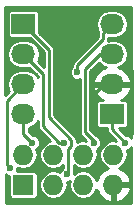
<source format=gbr>
G04 #@! TF.FileFunction,Copper,L2,Bot,Signal*
%FSLAX46Y46*%
G04 Gerber Fmt 4.6, Leading zero omitted, Abs format (unit mm)*
G04 Created by KiCad (PCBNEW 4.0.2-stable) date 12/27/2016 12:03:46 PM*
%MOMM*%
G01*
G04 APERTURE LIST*
%ADD10C,0.100000*%
%ADD11R,1.727200X1.727200*%
%ADD12O,1.727200X1.727200*%
%ADD13R,2.032000X1.727200*%
%ADD14O,2.032000X1.727200*%
%ADD15C,0.600000*%
%ADD16C,0.250000*%
%ADD17C,0.254000*%
G04 APERTURE END LIST*
D10*
D11*
X133350000Y-120777000D03*
D12*
X133350000Y-118237000D03*
X135890000Y-120777000D03*
X135890000Y-118237000D03*
X138430000Y-120777000D03*
X138430000Y-118237000D03*
X140970000Y-120777000D03*
X140970000Y-118237000D03*
D13*
X133350000Y-107188000D03*
D14*
X133350000Y-109728000D03*
X133350000Y-112268000D03*
X133350000Y-114808000D03*
D13*
X140843000Y-114808000D03*
D14*
X140843000Y-112268000D03*
X140843000Y-109728000D03*
X140843000Y-107188000D03*
D15*
X132207000Y-119380000D03*
X134112000Y-117221000D03*
X137033000Y-119888000D03*
X136779000Y-117221000D03*
X137922000Y-111252000D03*
X139319000Y-117221000D03*
X139192000Y-113284000D03*
X141986000Y-117221000D03*
D16*
X131953000Y-113665000D02*
X133350000Y-112268000D01*
X131953000Y-119126000D02*
X131953000Y-113665000D01*
X132207000Y-119380000D02*
X131953000Y-119126000D01*
X134112000Y-117221000D02*
X133350000Y-116459000D01*
X133350000Y-116459000D02*
X133350000Y-114808000D01*
X135890000Y-120777000D02*
X135890000Y-120396000D01*
X135509000Y-109347000D02*
X133350000Y-107188000D01*
X135509000Y-115062000D02*
X135509000Y-109347000D01*
X137414000Y-116967000D02*
X135509000Y-115062000D01*
X137414000Y-117475000D02*
X137414000Y-116967000D01*
X137160000Y-117729000D02*
X137414000Y-117475000D01*
X137160000Y-119761000D02*
X137160000Y-117729000D01*
X137033000Y-119888000D02*
X137160000Y-119761000D01*
X136779000Y-117221000D02*
X136398000Y-117221000D01*
X135001000Y-111379000D02*
X133350000Y-109728000D01*
X135001000Y-115824000D02*
X135001000Y-111379000D01*
X136398000Y-117221000D02*
X135001000Y-115824000D01*
X137922000Y-111252000D02*
X137922000Y-110617000D01*
X137922000Y-110617000D02*
X140081000Y-108458000D01*
X140081000Y-108458000D02*
X140081000Y-107950000D01*
X140081000Y-107950000D02*
X140843000Y-107188000D01*
X139319000Y-117221000D02*
X139319000Y-117094000D01*
X138557000Y-110998000D02*
X139827000Y-109728000D01*
X138557000Y-116332000D02*
X138557000Y-110998000D01*
X139319000Y-117094000D02*
X138557000Y-116332000D01*
X139827000Y-109728000D02*
X140843000Y-109728000D01*
X139192000Y-113284000D02*
X140208000Y-112268000D01*
X140208000Y-112268000D02*
X140843000Y-112268000D01*
X140843000Y-116078000D02*
X140843000Y-114808000D01*
X141986000Y-117221000D02*
X140843000Y-116078000D01*
D17*
G36*
X134549000Y-115824000D02*
X134583406Y-115996973D01*
X134681388Y-116143612D01*
X135615460Y-117077684D01*
X135434377Y-117113704D01*
X135048119Y-117371794D01*
X134790029Y-117758052D01*
X134699400Y-118213675D01*
X134699400Y-118260325D01*
X134790029Y-118715948D01*
X135048119Y-119102206D01*
X135434377Y-119360296D01*
X135890000Y-119450925D01*
X136345623Y-119360296D01*
X136708000Y-119118163D01*
X136708000Y-119343872D01*
X136678297Y-119356145D01*
X136501765Y-119532369D01*
X136428412Y-119709022D01*
X136345623Y-119653704D01*
X135890000Y-119563075D01*
X135434377Y-119653704D01*
X135048119Y-119911794D01*
X134790029Y-120298052D01*
X134699400Y-120753675D01*
X134699400Y-120800325D01*
X134790029Y-121255948D01*
X135048119Y-121642206D01*
X135434377Y-121900296D01*
X135890000Y-121990925D01*
X136345623Y-121900296D01*
X136731881Y-121642206D01*
X136989971Y-121255948D01*
X137080600Y-120800325D01*
X137080600Y-120753675D01*
X137033125Y-120515001D01*
X137157171Y-120515109D01*
X137298467Y-120456727D01*
X137239400Y-120753675D01*
X137239400Y-120800325D01*
X137330029Y-121255948D01*
X137588119Y-121642206D01*
X137974377Y-121900296D01*
X138430000Y-121990925D01*
X138885623Y-121900296D01*
X139271881Y-121642206D01*
X139529971Y-121255948D01*
X139542266Y-121194136D01*
X139763179Y-121665490D01*
X140195053Y-122059688D01*
X140610974Y-122231958D01*
X140843000Y-122110817D01*
X140843000Y-120904000D01*
X141097000Y-120904000D01*
X141097000Y-122110817D01*
X141329026Y-122231958D01*
X141744947Y-122059688D01*
X142176821Y-121665490D01*
X142424968Y-121136027D01*
X142304469Y-120904000D01*
X141097000Y-120904000D01*
X140843000Y-120904000D01*
X140823000Y-120904000D01*
X140823000Y-120650000D01*
X140843000Y-120650000D01*
X140843000Y-120630000D01*
X141097000Y-120630000D01*
X141097000Y-120650000D01*
X142304469Y-120650000D01*
X142424968Y-120417973D01*
X142176821Y-119888510D01*
X141744947Y-119494312D01*
X141422760Y-119360866D01*
X141425623Y-119360296D01*
X141811881Y-119102206D01*
X142069971Y-118715948D01*
X142160600Y-118260325D01*
X142160600Y-118213675D01*
X142087881Y-117848090D01*
X142110171Y-117848109D01*
X142340703Y-117752855D01*
X142473000Y-117620789D01*
X142473000Y-122280000D01*
X131847000Y-122280000D01*
X131847000Y-119906858D01*
X131851369Y-119911235D01*
X132081735Y-120006891D01*
X132152994Y-120006953D01*
X132152994Y-121640600D01*
X132175795Y-121761779D01*
X132247412Y-121873074D01*
X132356686Y-121947738D01*
X132486400Y-121974006D01*
X134213600Y-121974006D01*
X134334779Y-121951205D01*
X134446074Y-121879588D01*
X134520738Y-121770314D01*
X134547006Y-121640600D01*
X134547006Y-119913400D01*
X134524205Y-119792221D01*
X134452588Y-119680926D01*
X134343314Y-119606262D01*
X134213600Y-119579994D01*
X132802861Y-119579994D01*
X132833891Y-119505265D01*
X132834053Y-119319989D01*
X132894377Y-119360296D01*
X133350000Y-119450925D01*
X133805623Y-119360296D01*
X134191881Y-119102206D01*
X134449971Y-118715948D01*
X134540600Y-118260325D01*
X134540600Y-118213675D01*
X134450287Y-117759638D01*
X134466703Y-117752855D01*
X134643235Y-117576631D01*
X134738891Y-117346265D01*
X134739109Y-117096829D01*
X134643855Y-116866297D01*
X134467631Y-116689765D01*
X134237265Y-116594109D01*
X134124234Y-116594010D01*
X133802000Y-116271776D01*
X133802000Y-115944239D01*
X133984334Y-115907971D01*
X134370592Y-115649881D01*
X134549000Y-115382875D01*
X134549000Y-115824000D01*
X134549000Y-115824000D01*
G37*
X134549000Y-115824000D02*
X134583406Y-115996973D01*
X134681388Y-116143612D01*
X135615460Y-117077684D01*
X135434377Y-117113704D01*
X135048119Y-117371794D01*
X134790029Y-117758052D01*
X134699400Y-118213675D01*
X134699400Y-118260325D01*
X134790029Y-118715948D01*
X135048119Y-119102206D01*
X135434377Y-119360296D01*
X135890000Y-119450925D01*
X136345623Y-119360296D01*
X136708000Y-119118163D01*
X136708000Y-119343872D01*
X136678297Y-119356145D01*
X136501765Y-119532369D01*
X136428412Y-119709022D01*
X136345623Y-119653704D01*
X135890000Y-119563075D01*
X135434377Y-119653704D01*
X135048119Y-119911794D01*
X134790029Y-120298052D01*
X134699400Y-120753675D01*
X134699400Y-120800325D01*
X134790029Y-121255948D01*
X135048119Y-121642206D01*
X135434377Y-121900296D01*
X135890000Y-121990925D01*
X136345623Y-121900296D01*
X136731881Y-121642206D01*
X136989971Y-121255948D01*
X137080600Y-120800325D01*
X137080600Y-120753675D01*
X137033125Y-120515001D01*
X137157171Y-120515109D01*
X137298467Y-120456727D01*
X137239400Y-120753675D01*
X137239400Y-120800325D01*
X137330029Y-121255948D01*
X137588119Y-121642206D01*
X137974377Y-121900296D01*
X138430000Y-121990925D01*
X138885623Y-121900296D01*
X139271881Y-121642206D01*
X139529971Y-121255948D01*
X139542266Y-121194136D01*
X139763179Y-121665490D01*
X140195053Y-122059688D01*
X140610974Y-122231958D01*
X140843000Y-122110817D01*
X140843000Y-120904000D01*
X141097000Y-120904000D01*
X141097000Y-122110817D01*
X141329026Y-122231958D01*
X141744947Y-122059688D01*
X142176821Y-121665490D01*
X142424968Y-121136027D01*
X142304469Y-120904000D01*
X141097000Y-120904000D01*
X140843000Y-120904000D01*
X140823000Y-120904000D01*
X140823000Y-120650000D01*
X140843000Y-120650000D01*
X140843000Y-120630000D01*
X141097000Y-120630000D01*
X141097000Y-120650000D01*
X142304469Y-120650000D01*
X142424968Y-120417973D01*
X142176821Y-119888510D01*
X141744947Y-119494312D01*
X141422760Y-119360866D01*
X141425623Y-119360296D01*
X141811881Y-119102206D01*
X142069971Y-118715948D01*
X142160600Y-118260325D01*
X142160600Y-118213675D01*
X142087881Y-117848090D01*
X142110171Y-117848109D01*
X142340703Y-117752855D01*
X142473000Y-117620789D01*
X142473000Y-122280000D01*
X131847000Y-122280000D01*
X131847000Y-119906858D01*
X131851369Y-119911235D01*
X132081735Y-120006891D01*
X132152994Y-120006953D01*
X132152994Y-121640600D01*
X132175795Y-121761779D01*
X132247412Y-121873074D01*
X132356686Y-121947738D01*
X132486400Y-121974006D01*
X134213600Y-121974006D01*
X134334779Y-121951205D01*
X134446074Y-121879588D01*
X134520738Y-121770314D01*
X134547006Y-121640600D01*
X134547006Y-119913400D01*
X134524205Y-119792221D01*
X134452588Y-119680926D01*
X134343314Y-119606262D01*
X134213600Y-119579994D01*
X132802861Y-119579994D01*
X132833891Y-119505265D01*
X132834053Y-119319989D01*
X132894377Y-119360296D01*
X133350000Y-119450925D01*
X133805623Y-119360296D01*
X134191881Y-119102206D01*
X134449971Y-118715948D01*
X134540600Y-118260325D01*
X134540600Y-118213675D01*
X134450287Y-117759638D01*
X134466703Y-117752855D01*
X134643235Y-117576631D01*
X134738891Y-117346265D01*
X134739109Y-117096829D01*
X134643855Y-116866297D01*
X134467631Y-116689765D01*
X134237265Y-116594109D01*
X134124234Y-116594010D01*
X133802000Y-116271776D01*
X133802000Y-115944239D01*
X133984334Y-115907971D01*
X134370592Y-115649881D01*
X134549000Y-115382875D01*
X134549000Y-115824000D01*
G36*
X142574512Y-116326034D02*
X142503600Y-116432161D01*
X142473000Y-116586000D01*
X142473000Y-116821364D01*
X142341631Y-116689765D01*
X142111265Y-116594109D01*
X141998234Y-116594010D01*
X141409230Y-116005006D01*
X141859000Y-116005006D01*
X141980179Y-115982205D01*
X142091474Y-115910588D01*
X142166138Y-115801314D01*
X142192406Y-115671600D01*
X142192406Y-113944400D01*
X142169605Y-113823221D01*
X142097988Y-113711926D01*
X141988714Y-113637262D01*
X141859000Y-113610994D01*
X141611407Y-113610994D01*
X141757320Y-113559954D01*
X142193732Y-113170036D01*
X142447709Y-112642791D01*
X142450358Y-112627026D01*
X142329217Y-112395000D01*
X140970000Y-112395000D01*
X140970000Y-112415000D01*
X140716000Y-112415000D01*
X140716000Y-112395000D01*
X139356783Y-112395000D01*
X139235642Y-112627026D01*
X139238291Y-112642791D01*
X139492268Y-113170036D01*
X139928680Y-113559954D01*
X140074593Y-113610994D01*
X139827000Y-113610994D01*
X139705821Y-113633795D01*
X139594526Y-113705412D01*
X139519862Y-113814686D01*
X139493594Y-113944400D01*
X139493594Y-115671600D01*
X139516395Y-115792779D01*
X139588012Y-115904074D01*
X139697286Y-115978738D01*
X139827000Y-116005006D01*
X140391000Y-116005006D01*
X140391000Y-116078000D01*
X140425406Y-116250973D01*
X140523388Y-116397612D01*
X141193260Y-117067484D01*
X140970000Y-117023075D01*
X140514377Y-117113704D01*
X140128119Y-117371794D01*
X139870029Y-117758052D01*
X139779400Y-118213675D01*
X139779400Y-118260325D01*
X139870029Y-118715948D01*
X140128119Y-119102206D01*
X140514377Y-119360296D01*
X140517240Y-119360866D01*
X140195053Y-119494312D01*
X139763179Y-119888510D01*
X139542266Y-120359864D01*
X139529971Y-120298052D01*
X139271881Y-119911794D01*
X138885623Y-119653704D01*
X138430000Y-119563075D01*
X137974377Y-119653704D01*
X137660022Y-119863750D01*
X137660109Y-119763829D01*
X137612000Y-119647396D01*
X137612000Y-119118163D01*
X137974377Y-119360296D01*
X138430000Y-119450925D01*
X138885623Y-119360296D01*
X139271881Y-119102206D01*
X139529971Y-118715948D01*
X139620600Y-118260325D01*
X139620600Y-118213675D01*
X139539932Y-117808128D01*
X139673703Y-117752855D01*
X139850235Y-117576631D01*
X139945891Y-117346265D01*
X139946109Y-117096829D01*
X139850855Y-116866297D01*
X139674631Y-116689765D01*
X139468323Y-116604099D01*
X139009000Y-116144776D01*
X139009000Y-111185224D01*
X139743074Y-110451150D01*
X139822408Y-110569881D01*
X140208666Y-110827971D01*
X140300039Y-110846146D01*
X139928680Y-110976046D01*
X139492268Y-111365964D01*
X139238291Y-111893209D01*
X139235642Y-111908974D01*
X139356783Y-112141000D01*
X140716000Y-112141000D01*
X140716000Y-112121000D01*
X140970000Y-112121000D01*
X140970000Y-112141000D01*
X142329217Y-112141000D01*
X142450358Y-111908974D01*
X142447709Y-111893209D01*
X142193732Y-111365964D01*
X141757320Y-110976046D01*
X141385961Y-110846146D01*
X141477334Y-110827971D01*
X141863592Y-110569881D01*
X142121682Y-110183623D01*
X142212311Y-109728000D01*
X142121682Y-109272377D01*
X141863592Y-108886119D01*
X141477334Y-108628029D01*
X141021711Y-108537400D01*
X140664289Y-108537400D01*
X140511147Y-108567862D01*
X140533000Y-108458000D01*
X140533000Y-108352485D01*
X140664289Y-108378600D01*
X141021711Y-108378600D01*
X141477334Y-108287971D01*
X141863592Y-108029881D01*
X142121682Y-107643623D01*
X142212311Y-107188000D01*
X142121682Y-106732377D01*
X141863592Y-106346119D01*
X141477334Y-106088029D01*
X141021711Y-105997400D01*
X140664289Y-105997400D01*
X140208666Y-106088029D01*
X139822408Y-106346119D01*
X139564318Y-106732377D01*
X139473689Y-107188000D01*
X139564318Y-107643623D01*
X139661123Y-107788502D01*
X139629000Y-107950000D01*
X139629000Y-108270776D01*
X137602388Y-110297388D01*
X137504406Y-110444027D01*
X137470000Y-110617000D01*
X137470000Y-110817272D01*
X137390765Y-110896369D01*
X137295109Y-111126735D01*
X137294891Y-111376171D01*
X137390145Y-111606703D01*
X137566369Y-111783235D01*
X137796735Y-111878891D01*
X138046171Y-111879109D01*
X138105000Y-111854801D01*
X138105000Y-116332000D01*
X138139406Y-116504973D01*
X138237388Y-116651612D01*
X138653260Y-117067484D01*
X138430000Y-117023075D01*
X137974377Y-117113704D01*
X137866000Y-117186119D01*
X137866000Y-116967000D01*
X137831594Y-116794027D01*
X137733612Y-116647388D01*
X135961000Y-114874776D01*
X135961000Y-109347000D01*
X135926594Y-109174027D01*
X135828612Y-109027388D01*
X134699406Y-107898182D01*
X134699406Y-106324400D01*
X134676605Y-106203221D01*
X134604988Y-106091926D01*
X134495714Y-106017262D01*
X134366000Y-105990994D01*
X132334000Y-105990994D01*
X132212821Y-106013795D01*
X132101526Y-106085412D01*
X132026862Y-106194686D01*
X132000594Y-106324400D01*
X132000594Y-108051600D01*
X132023395Y-108172779D01*
X132095012Y-108284074D01*
X132204286Y-108358738D01*
X132334000Y-108385006D01*
X133907782Y-108385006D01*
X135057000Y-109534224D01*
X135057000Y-110795775D01*
X134555048Y-110293824D01*
X134628682Y-110183623D01*
X134719311Y-109728000D01*
X134628682Y-109272377D01*
X134370592Y-108886119D01*
X133984334Y-108628029D01*
X133528711Y-108537400D01*
X133171289Y-108537400D01*
X132715666Y-108628029D01*
X132329408Y-108886119D01*
X132071318Y-109272377D01*
X131980689Y-109728000D01*
X132071318Y-110183623D01*
X132329408Y-110569881D01*
X132715666Y-110827971D01*
X133171289Y-110918600D01*
X133528711Y-110918600D01*
X133839547Y-110856771D01*
X134549000Y-111566225D01*
X134549000Y-111693125D01*
X134370592Y-111426119D01*
X133984334Y-111168029D01*
X133528711Y-111077400D01*
X133171289Y-111077400D01*
X132715666Y-111168029D01*
X132329408Y-111426119D01*
X132071318Y-111812377D01*
X131980689Y-112268000D01*
X132071318Y-112723623D01*
X132144952Y-112833824D01*
X131768742Y-113210034D01*
X131824898Y-105685000D01*
X142495102Y-105685000D01*
X142574512Y-116326034D01*
X142574512Y-116326034D01*
G37*
X142574512Y-116326034D02*
X142503600Y-116432161D01*
X142473000Y-116586000D01*
X142473000Y-116821364D01*
X142341631Y-116689765D01*
X142111265Y-116594109D01*
X141998234Y-116594010D01*
X141409230Y-116005006D01*
X141859000Y-116005006D01*
X141980179Y-115982205D01*
X142091474Y-115910588D01*
X142166138Y-115801314D01*
X142192406Y-115671600D01*
X142192406Y-113944400D01*
X142169605Y-113823221D01*
X142097988Y-113711926D01*
X141988714Y-113637262D01*
X141859000Y-113610994D01*
X141611407Y-113610994D01*
X141757320Y-113559954D01*
X142193732Y-113170036D01*
X142447709Y-112642791D01*
X142450358Y-112627026D01*
X142329217Y-112395000D01*
X140970000Y-112395000D01*
X140970000Y-112415000D01*
X140716000Y-112415000D01*
X140716000Y-112395000D01*
X139356783Y-112395000D01*
X139235642Y-112627026D01*
X139238291Y-112642791D01*
X139492268Y-113170036D01*
X139928680Y-113559954D01*
X140074593Y-113610994D01*
X139827000Y-113610994D01*
X139705821Y-113633795D01*
X139594526Y-113705412D01*
X139519862Y-113814686D01*
X139493594Y-113944400D01*
X139493594Y-115671600D01*
X139516395Y-115792779D01*
X139588012Y-115904074D01*
X139697286Y-115978738D01*
X139827000Y-116005006D01*
X140391000Y-116005006D01*
X140391000Y-116078000D01*
X140425406Y-116250973D01*
X140523388Y-116397612D01*
X141193260Y-117067484D01*
X140970000Y-117023075D01*
X140514377Y-117113704D01*
X140128119Y-117371794D01*
X139870029Y-117758052D01*
X139779400Y-118213675D01*
X139779400Y-118260325D01*
X139870029Y-118715948D01*
X140128119Y-119102206D01*
X140514377Y-119360296D01*
X140517240Y-119360866D01*
X140195053Y-119494312D01*
X139763179Y-119888510D01*
X139542266Y-120359864D01*
X139529971Y-120298052D01*
X139271881Y-119911794D01*
X138885623Y-119653704D01*
X138430000Y-119563075D01*
X137974377Y-119653704D01*
X137660022Y-119863750D01*
X137660109Y-119763829D01*
X137612000Y-119647396D01*
X137612000Y-119118163D01*
X137974377Y-119360296D01*
X138430000Y-119450925D01*
X138885623Y-119360296D01*
X139271881Y-119102206D01*
X139529971Y-118715948D01*
X139620600Y-118260325D01*
X139620600Y-118213675D01*
X139539932Y-117808128D01*
X139673703Y-117752855D01*
X139850235Y-117576631D01*
X139945891Y-117346265D01*
X139946109Y-117096829D01*
X139850855Y-116866297D01*
X139674631Y-116689765D01*
X139468323Y-116604099D01*
X139009000Y-116144776D01*
X139009000Y-111185224D01*
X139743074Y-110451150D01*
X139822408Y-110569881D01*
X140208666Y-110827971D01*
X140300039Y-110846146D01*
X139928680Y-110976046D01*
X139492268Y-111365964D01*
X139238291Y-111893209D01*
X139235642Y-111908974D01*
X139356783Y-112141000D01*
X140716000Y-112141000D01*
X140716000Y-112121000D01*
X140970000Y-112121000D01*
X140970000Y-112141000D01*
X142329217Y-112141000D01*
X142450358Y-111908974D01*
X142447709Y-111893209D01*
X142193732Y-111365964D01*
X141757320Y-110976046D01*
X141385961Y-110846146D01*
X141477334Y-110827971D01*
X141863592Y-110569881D01*
X142121682Y-110183623D01*
X142212311Y-109728000D01*
X142121682Y-109272377D01*
X141863592Y-108886119D01*
X141477334Y-108628029D01*
X141021711Y-108537400D01*
X140664289Y-108537400D01*
X140511147Y-108567862D01*
X140533000Y-108458000D01*
X140533000Y-108352485D01*
X140664289Y-108378600D01*
X141021711Y-108378600D01*
X141477334Y-108287971D01*
X141863592Y-108029881D01*
X142121682Y-107643623D01*
X142212311Y-107188000D01*
X142121682Y-106732377D01*
X141863592Y-106346119D01*
X141477334Y-106088029D01*
X141021711Y-105997400D01*
X140664289Y-105997400D01*
X140208666Y-106088029D01*
X139822408Y-106346119D01*
X139564318Y-106732377D01*
X139473689Y-107188000D01*
X139564318Y-107643623D01*
X139661123Y-107788502D01*
X139629000Y-107950000D01*
X139629000Y-108270776D01*
X137602388Y-110297388D01*
X137504406Y-110444027D01*
X137470000Y-110617000D01*
X137470000Y-110817272D01*
X137390765Y-110896369D01*
X137295109Y-111126735D01*
X137294891Y-111376171D01*
X137390145Y-111606703D01*
X137566369Y-111783235D01*
X137796735Y-111878891D01*
X138046171Y-111879109D01*
X138105000Y-111854801D01*
X138105000Y-116332000D01*
X138139406Y-116504973D01*
X138237388Y-116651612D01*
X138653260Y-117067484D01*
X138430000Y-117023075D01*
X137974377Y-117113704D01*
X137866000Y-117186119D01*
X137866000Y-116967000D01*
X137831594Y-116794027D01*
X137733612Y-116647388D01*
X135961000Y-114874776D01*
X135961000Y-109347000D01*
X135926594Y-109174027D01*
X135828612Y-109027388D01*
X134699406Y-107898182D01*
X134699406Y-106324400D01*
X134676605Y-106203221D01*
X134604988Y-106091926D01*
X134495714Y-106017262D01*
X134366000Y-105990994D01*
X132334000Y-105990994D01*
X132212821Y-106013795D01*
X132101526Y-106085412D01*
X132026862Y-106194686D01*
X132000594Y-106324400D01*
X132000594Y-108051600D01*
X132023395Y-108172779D01*
X132095012Y-108284074D01*
X132204286Y-108358738D01*
X132334000Y-108385006D01*
X133907782Y-108385006D01*
X135057000Y-109534224D01*
X135057000Y-110795775D01*
X134555048Y-110293824D01*
X134628682Y-110183623D01*
X134719311Y-109728000D01*
X134628682Y-109272377D01*
X134370592Y-108886119D01*
X133984334Y-108628029D01*
X133528711Y-108537400D01*
X133171289Y-108537400D01*
X132715666Y-108628029D01*
X132329408Y-108886119D01*
X132071318Y-109272377D01*
X131980689Y-109728000D01*
X132071318Y-110183623D01*
X132329408Y-110569881D01*
X132715666Y-110827971D01*
X133171289Y-110918600D01*
X133528711Y-110918600D01*
X133839547Y-110856771D01*
X134549000Y-111566225D01*
X134549000Y-111693125D01*
X134370592Y-111426119D01*
X133984334Y-111168029D01*
X133528711Y-111077400D01*
X133171289Y-111077400D01*
X132715666Y-111168029D01*
X132329408Y-111426119D01*
X132071318Y-111812377D01*
X131980689Y-112268000D01*
X132071318Y-112723623D01*
X132144952Y-112833824D01*
X131768742Y-113210034D01*
X131824898Y-105685000D01*
X142495102Y-105685000D01*
X142574512Y-116326034D01*
M02*

</source>
